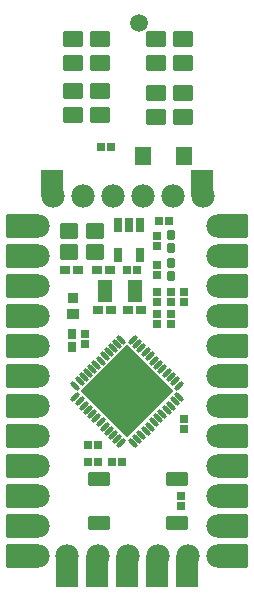
<source format=gts>
%FSLAX36Y36*%
%MOIN*%

%AMMACRO1*1,1,$1,$2,$3*1,1,$1,$4,$5*1,1,$1,0-$2,0-$3*1,1,$1,0-$4,0-$5*20,1,$1,$2,$3,$4,$5,0*20,1,$1,$4,$5,0-$2,0-$3,0*20,1,$1,0-$2,0-$3,0-$4,0-$5,0*20,1,$1,0-$4,0-$5,$2,$3,0*4,1,4,$2,$3,$4,$5,0-$2,0-$3,0-$4,0-$5,$2,$3,0*%
%AMMACRO2*1,1,$1,$2,$3*1,1,$1,$4,$5*20,1,$1,$2,$3,$4,$5,0*%
%ADD10R,0.0780X0.0580*%
%ADD11MACRO1,0.008X-0.0285X-0.0228X-0.0285X0.0228*%
%ADD12R,0.0296X0.0276*%
%ADD13MACRO1,0.004X-0.0118X0.0128X0.0118X0.0128*%
%ADD14MACRO1,0.004X0.0128X0.0118X0.0128X-0.0118*%
%ADD15MACRO1,0.004X0.0156X0.0106X0.0156X-0.0106*%
%ADD16MACRO1,0.004X-0.0156X0.0106X-0.0156X-0.0106*%
%ADD17MACRO1,0.004X-0.0156X-0.0106X-0.0156X0.0106*%
%ADD18MACRO1,0.004X0.0156X-0.0106X0.0156X0.0106*%
%ADD19MACRO1,0.004X-0.0106X0.0156X0.0106X0.0156*%
%ADD20MACRO1,0.004X-0.0106X-0.0156X0.0106X-0.0156*%
%ADD21R,0.0380X0.0355*%
%ADD22MACRO1,0.004X-0.017X-0.0157X-0.017X0.0157*%
%ADD23MACRO1,0.004X-0.0118X-0.0197X-0.0118X0.0197*%
%ADD24MACRO1,0.008X-0.0098X-0.0118X-0.0098X0.0118*%
%ADD25MACRO1,0.004X-0.0335X0.0197X0.0335X0.0197*%
%ADD26MACRO1,0.004X0.0118X-0.0128X-0.0118X-0.0128*%
%ADD27MACRO2,0.015X-0.0086X0.0086X0.0086X-0.0086*%
%ADD28MACRO2,0.015X-0.0086X-0.0086X0.0086X0.0086*%
%ADD29MACRO1,0.004X0.1531X0X0X-0.1531*%
%ADD30MACRO1,0.004X-0.0276X0.0236X0.0276X0.0236*%
%ADD31MACRO1,0.004X-0.0197X-0.0354X-0.0197X0.0354*%
%ADD32MACRO1,0.008X-0.0236X0.0276X0.0236X0.0276*%
%ADD33C,0.0594*%
%ADD34C,0.0780*%
%ADD35MACRO1,0.008X-0.05X0.035X0.05X0.035*%
%ADD36R,0.0780X0.1080*%

%LPD*%
D10*
G01*
X200000Y-605000D03*
G01*
X700000Y-605000D03*
D11*
G01*
X268989Y-183989D03*
G01*
X268989Y-103989D03*
G01*
X270000Y-360000D03*
G01*
X270000Y-280000D03*
G01*
X635000Y-185000D03*
G01*
X635000Y-105000D03*
G01*
X635000Y-365000D03*
G01*
X635000Y-285000D03*
D12*
G01*
X630000Y-1628299D03*
G01*
X630000Y-1661700D03*
D13*
G01*
X353699Y-1514000D03*
G01*
X320299Y-1514000D03*
G01*
X431700Y-1515000D03*
G01*
X398299Y-1515000D03*
D14*
G01*
X550000Y-1056700D03*
G01*
X550000Y-1023299D03*
D12*
G01*
X640000Y-1373299D03*
G01*
X640000Y-1406700D03*
D14*
G01*
X595000Y-981700D03*
G01*
X595000Y-948299D03*
G01*
X595000Y-1056700D03*
G01*
X595000Y-1023299D03*
G01*
X640000Y-981700D03*
G01*
X640000Y-948299D03*
D13*
G01*
X481700Y-875000D03*
G01*
X448299Y-875000D03*
D15*
G01*
X453541Y-1010000D03*
D16*
G01*
X496458Y-1010000D03*
D17*
G01*
X396458Y-1010000D03*
D18*
G01*
X353541Y-1010000D03*
D15*
G01*
X348541Y-875000D03*
D16*
G01*
X391458Y-875000D03*
D17*
G01*
X286458Y-875000D03*
D18*
G01*
X243541Y-875000D03*
D19*
G01*
X265000Y-1131458D03*
D20*
G01*
X265000Y-1088541D03*
D12*
G01*
X310000Y-1088299D03*
G01*
X310000Y-1121700D03*
D13*
G01*
X589700Y-713000D03*
G01*
X556300Y-713000D03*
D21*
G01*
X270010Y-967440D03*
D22*
G01*
X270005Y-1022558D03*
D23*
G01*
X492400Y-826185D03*
G01*
X417599Y-826185D03*
G01*
X417599Y-723814D03*
G01*
X455000Y-723814D03*
G01*
X492400Y-723814D03*
D24*
G01*
X595000Y-853345D03*
G01*
X595000Y-896654D03*
G01*
X595000Y-759410D03*
G01*
X595000Y-802718D03*
D25*
G01*
X355079Y-1571159D03*
G01*
X614920Y-1571156D03*
G01*
X355079Y-1716842D03*
G01*
X614920Y-1716842D03*
D14*
G01*
X550000Y-981700D03*
G01*
X550000Y-948299D03*
D26*
G01*
X320299Y-1460000D03*
G01*
X353699Y-1460000D03*
D14*
G01*
X550000Y-891700D03*
G01*
X550000Y-858299D03*
D12*
G01*
X550000Y-763299D03*
G01*
X550000Y-796700D03*
D27*
G01*
X430550Y-1107400D03*
G01*
X416620Y-1121330D03*
G01*
X402690Y-1135260D03*
G01*
X388759Y-1149190D03*
G01*
X374829Y-1163120D03*
G01*
X360899Y-1177050D03*
G01*
X347039Y-1190910D03*
G01*
X333109Y-1204840D03*
G01*
X319179Y-1218769D03*
G01*
X305249Y-1232699D03*
G01*
X291319Y-1246630D03*
G01*
X277390Y-1260560D03*
D28*
G01*
X277390Y-1299449D03*
G01*
X291319Y-1313379D03*
G01*
X305249Y-1327310D03*
G01*
X319179Y-1341240D03*
G01*
X333109Y-1355170D03*
G01*
X347039Y-1369100D03*
G01*
X360899Y-1382960D03*
G01*
X374829Y-1396890D03*
G01*
X388759Y-1410820D03*
G01*
X402690Y-1424750D03*
G01*
X416620Y-1438680D03*
G01*
X430550Y-1452609D03*
D27*
G01*
X469439Y-1452609D03*
G01*
X483369Y-1438680D03*
G01*
X497300Y-1424750D03*
G01*
X511230Y-1410820D03*
G01*
X525159Y-1396890D03*
G01*
X539089Y-1382960D03*
G01*
X552949Y-1369100D03*
G01*
X566879Y-1355170D03*
G01*
X580809Y-1341240D03*
G01*
X594739Y-1327310D03*
G01*
X608669Y-1313379D03*
G01*
X622599Y-1299449D03*
D28*
G01*
X622599Y-1260560D03*
G01*
X608669Y-1246630D03*
G01*
X594739Y-1232699D03*
G01*
X580809Y-1218769D03*
G01*
X566879Y-1204840D03*
G01*
X552949Y-1190910D03*
G01*
X539089Y-1177050D03*
G01*
X525159Y-1163120D03*
G01*
X511230Y-1149190D03*
G01*
X497300Y-1135260D03*
G01*
X483369Y-1121330D03*
G01*
X469439Y-1107400D03*
D29*
G01*
X449995Y-1280004D03*
D30*
G01*
X256693Y-814445D03*
G01*
X343306Y-814445D03*
G01*
X343306Y-745545D03*
G01*
X256693Y-745547D03*
D31*
G01*
X375787Y-945000D03*
G01*
X474212Y-945000D03*
D11*
G01*
X545000Y-365000D03*
G01*
X545000Y-285000D03*
G01*
X360000Y-360000D03*
G01*
X360000Y-280000D03*
G01*
X545000Y-185000D03*
G01*
X545000Y-105000D03*
G01*
X358989Y-183989D03*
G01*
X358989Y-103989D03*
D32*
G01*
X504070Y-495000D03*
G01*
X637928Y-495000D03*
D13*
G01*
X396500Y-465000D03*
G01*
X363099Y-465000D03*
D33*
G01*
X488000Y-53000D03*
D34*
G01*
X350999Y-1830000D03*
G01*
X450999Y-1830000D03*
G01*
X550999Y-1830000D03*
G01*
X650999Y-1830000D03*
G01*
X750999Y-1830000D03*
G01*
X750999Y-1730000D03*
G01*
X750999Y-1630000D03*
G01*
X750999Y-1530000D03*
G01*
X750999Y-1430000D03*
G01*
X750999Y-1330000D03*
G01*
X750999Y-1230000D03*
G01*
X750999Y-1130000D03*
G01*
X750999Y-1030000D03*
G01*
X750999Y-930000D03*
G01*
X750999Y-830000D03*
G01*
X750999Y-730000D03*
G01*
X700999Y-630000D03*
G01*
X600999Y-630000D03*
G01*
X500999Y-630000D03*
G01*
X400999Y-630000D03*
G01*
X300999Y-630000D03*
G01*
X150999Y-1830000D03*
G01*
X150999Y-1730000D03*
G01*
X150999Y-1630000D03*
G01*
X150999Y-1530000D03*
G01*
X150999Y-1430000D03*
G01*
X150999Y-1330000D03*
G01*
X150999Y-1230000D03*
G01*
X150999Y-1130000D03*
G01*
X150999Y-1030000D03*
G01*
X150999Y-930000D03*
G01*
X150999Y-830000D03*
G01*
X150999Y-730000D03*
G01*
X200999Y-630000D03*
G01*
X250000Y-1830000D03*
D35*
G01*
X800000Y-730000D03*
G01*
X800000Y-830000D03*
G01*
X800000Y-930000D03*
G01*
X800000Y-1030000D03*
G01*
X800000Y-1130000D03*
G01*
X800000Y-1230000D03*
G01*
X800000Y-1330000D03*
G01*
X800000Y-1430000D03*
G01*
X800000Y-1530000D03*
G01*
X800000Y-1630000D03*
G01*
X800000Y-1730000D03*
G01*
X800000Y-1830000D03*
G01*
X100000Y-1830000D03*
G01*
X100000Y-1730000D03*
G01*
X100000Y-1630000D03*
G01*
X100000Y-1530000D03*
G01*
X100000Y-1430000D03*
D36*
G01*
X250000Y-1880000D03*
G01*
X350000Y-1880000D03*
G01*
X450000Y-1880000D03*
D35*
G01*
X100000Y-1330000D03*
G01*
X100000Y-1130000D03*
G01*
X100000Y-1030000D03*
G01*
X100000Y-1230000D03*
G01*
X100000Y-930000D03*
G01*
X100000Y-830000D03*
G01*
X100000Y-730000D03*
D36*
G01*
X550000Y-1880000D03*
G01*
X650000Y-1880000D03*
D10*
G01*
X200000Y-570000D03*
G01*
X700000Y-570000D03*
M02*

</source>
